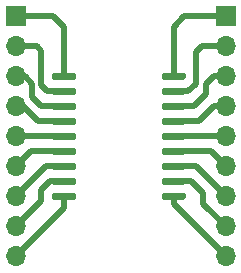
<source format=gbr>
%TF.GenerationSoftware,KiCad,Pcbnew,(5.1.9)-1*%
%TF.CreationDate,2021-09-06T10:01:33+02:00*%
%TF.ProjectId,SO-18-WIDE,534f2d31-382d-4574-9944-452e6b696361,rev?*%
%TF.SameCoordinates,Original*%
%TF.FileFunction,Copper,L1,Top*%
%TF.FilePolarity,Positive*%
%FSLAX46Y46*%
G04 Gerber Fmt 4.6, Leading zero omitted, Abs format (unit mm)*
G04 Created by KiCad (PCBNEW (5.1.9)-1) date 2021-09-06 10:01:33*
%MOMM*%
%LPD*%
G01*
G04 APERTURE LIST*
%TA.AperFunction,ComponentPad*%
%ADD10R,1.700000X1.700000*%
%TD*%
%TA.AperFunction,ComponentPad*%
%ADD11O,1.700000X1.700000*%
%TD*%
%TA.AperFunction,Conductor*%
%ADD12C,0.500000*%
%TD*%
G04 APERTURE END LIST*
D10*
%TO.P,REF\u002A\u002A,1*%
%TO.N,N/C*%
X142240000Y-72390000D03*
D11*
%TO.P,REF\u002A\u002A,2*%
X142240000Y-74930000D03*
%TO.P,REF\u002A\u002A,3*%
X142240000Y-77470000D03*
%TO.P,REF\u002A\u002A,4*%
X142240000Y-80010000D03*
%TO.P,REF\u002A\u002A,5*%
X142240000Y-82550000D03*
%TO.P,REF\u002A\u002A,6*%
X142240000Y-85090000D03*
%TO.P,REF\u002A\u002A,7*%
X142240000Y-87630000D03*
%TO.P,REF\u002A\u002A,8*%
X142240000Y-90170000D03*
%TO.P,REF\u002A\u002A,9*%
X142240000Y-92710000D03*
%TD*%
%TO.P,REF\u002A\u002A,9*%
%TO.N,N/C*%
X124460000Y-92710000D03*
%TO.P,REF\u002A\u002A,8*%
X124460000Y-90170000D03*
%TO.P,REF\u002A\u002A,7*%
X124460000Y-87630000D03*
%TO.P,REF\u002A\u002A,6*%
X124460000Y-85090000D03*
%TO.P,REF\u002A\u002A,5*%
X124460000Y-82550000D03*
%TO.P,REF\u002A\u002A,4*%
X124460000Y-80010000D03*
%TO.P,REF\u002A\u002A,3*%
X124460000Y-77470000D03*
%TO.P,REF\u002A\u002A,2*%
X124460000Y-74930000D03*
D10*
%TO.P,REF\u002A\u002A,1*%
X124460000Y-72390000D03*
%TD*%
%TO.P,REF\u002A\u002A,18*%
%TO.N,N/C*%
%TA.AperFunction,SMDPad,CuDef*%
G36*
G01*
X136799000Y-77620000D02*
X136799000Y-77320000D01*
G75*
G02*
X136949000Y-77170000I150000J0D01*
G01*
X138699000Y-77170000D01*
G75*
G02*
X138849000Y-77320000I0J-150000D01*
G01*
X138849000Y-77620000D01*
G75*
G02*
X138699000Y-77770000I-150000J0D01*
G01*
X136949000Y-77770000D01*
G75*
G02*
X136799000Y-77620000I0J150000D01*
G01*
G37*
%TD.AperFunction*%
%TO.P,REF\u002A\u002A,17*%
%TA.AperFunction,SMDPad,CuDef*%
G36*
G01*
X136799000Y-78890000D02*
X136799000Y-78590000D01*
G75*
G02*
X136949000Y-78440000I150000J0D01*
G01*
X138699000Y-78440000D01*
G75*
G02*
X138849000Y-78590000I0J-150000D01*
G01*
X138849000Y-78890000D01*
G75*
G02*
X138699000Y-79040000I-150000J0D01*
G01*
X136949000Y-79040000D01*
G75*
G02*
X136799000Y-78890000I0J150000D01*
G01*
G37*
%TD.AperFunction*%
%TO.P,REF\u002A\u002A,16*%
%TA.AperFunction,SMDPad,CuDef*%
G36*
G01*
X136799000Y-80160000D02*
X136799000Y-79860000D01*
G75*
G02*
X136949000Y-79710000I150000J0D01*
G01*
X138699000Y-79710000D01*
G75*
G02*
X138849000Y-79860000I0J-150000D01*
G01*
X138849000Y-80160000D01*
G75*
G02*
X138699000Y-80310000I-150000J0D01*
G01*
X136949000Y-80310000D01*
G75*
G02*
X136799000Y-80160000I0J150000D01*
G01*
G37*
%TD.AperFunction*%
%TO.P,REF\u002A\u002A,15*%
%TA.AperFunction,SMDPad,CuDef*%
G36*
G01*
X136799000Y-81430000D02*
X136799000Y-81130000D01*
G75*
G02*
X136949000Y-80980000I150000J0D01*
G01*
X138699000Y-80980000D01*
G75*
G02*
X138849000Y-81130000I0J-150000D01*
G01*
X138849000Y-81430000D01*
G75*
G02*
X138699000Y-81580000I-150000J0D01*
G01*
X136949000Y-81580000D01*
G75*
G02*
X136799000Y-81430000I0J150000D01*
G01*
G37*
%TD.AperFunction*%
%TO.P,REF\u002A\u002A,14*%
%TA.AperFunction,SMDPad,CuDef*%
G36*
G01*
X136799000Y-82700000D02*
X136799000Y-82400000D01*
G75*
G02*
X136949000Y-82250000I150000J0D01*
G01*
X138699000Y-82250000D01*
G75*
G02*
X138849000Y-82400000I0J-150000D01*
G01*
X138849000Y-82700000D01*
G75*
G02*
X138699000Y-82850000I-150000J0D01*
G01*
X136949000Y-82850000D01*
G75*
G02*
X136799000Y-82700000I0J150000D01*
G01*
G37*
%TD.AperFunction*%
%TO.P,REF\u002A\u002A,13*%
%TA.AperFunction,SMDPad,CuDef*%
G36*
G01*
X136799000Y-83970000D02*
X136799000Y-83670000D01*
G75*
G02*
X136949000Y-83520000I150000J0D01*
G01*
X138699000Y-83520000D01*
G75*
G02*
X138849000Y-83670000I0J-150000D01*
G01*
X138849000Y-83970000D01*
G75*
G02*
X138699000Y-84120000I-150000J0D01*
G01*
X136949000Y-84120000D01*
G75*
G02*
X136799000Y-83970000I0J150000D01*
G01*
G37*
%TD.AperFunction*%
%TO.P,REF\u002A\u002A,12*%
%TA.AperFunction,SMDPad,CuDef*%
G36*
G01*
X136799000Y-85240000D02*
X136799000Y-84940000D01*
G75*
G02*
X136949000Y-84790000I150000J0D01*
G01*
X138699000Y-84790000D01*
G75*
G02*
X138849000Y-84940000I0J-150000D01*
G01*
X138849000Y-85240000D01*
G75*
G02*
X138699000Y-85390000I-150000J0D01*
G01*
X136949000Y-85390000D01*
G75*
G02*
X136799000Y-85240000I0J150000D01*
G01*
G37*
%TD.AperFunction*%
%TO.P,REF\u002A\u002A,11*%
%TA.AperFunction,SMDPad,CuDef*%
G36*
G01*
X136799000Y-86510000D02*
X136799000Y-86210000D01*
G75*
G02*
X136949000Y-86060000I150000J0D01*
G01*
X138699000Y-86060000D01*
G75*
G02*
X138849000Y-86210000I0J-150000D01*
G01*
X138849000Y-86510000D01*
G75*
G02*
X138699000Y-86660000I-150000J0D01*
G01*
X136949000Y-86660000D01*
G75*
G02*
X136799000Y-86510000I0J150000D01*
G01*
G37*
%TD.AperFunction*%
%TO.P,REF\u002A\u002A,10*%
%TA.AperFunction,SMDPad,CuDef*%
G36*
G01*
X136799000Y-87780000D02*
X136799000Y-87480000D01*
G75*
G02*
X136949000Y-87330000I150000J0D01*
G01*
X138699000Y-87330000D01*
G75*
G02*
X138849000Y-87480000I0J-150000D01*
G01*
X138849000Y-87780000D01*
G75*
G02*
X138699000Y-87930000I-150000J0D01*
G01*
X136949000Y-87930000D01*
G75*
G02*
X136799000Y-87780000I0J150000D01*
G01*
G37*
%TD.AperFunction*%
%TO.P,REF\u002A\u002A,9*%
%TA.AperFunction,SMDPad,CuDef*%
G36*
G01*
X127499000Y-87780000D02*
X127499000Y-87480000D01*
G75*
G02*
X127649000Y-87330000I150000J0D01*
G01*
X129399000Y-87330000D01*
G75*
G02*
X129549000Y-87480000I0J-150000D01*
G01*
X129549000Y-87780000D01*
G75*
G02*
X129399000Y-87930000I-150000J0D01*
G01*
X127649000Y-87930000D01*
G75*
G02*
X127499000Y-87780000I0J150000D01*
G01*
G37*
%TD.AperFunction*%
%TO.P,REF\u002A\u002A,8*%
%TA.AperFunction,SMDPad,CuDef*%
G36*
G01*
X127499000Y-86510000D02*
X127499000Y-86210000D01*
G75*
G02*
X127649000Y-86060000I150000J0D01*
G01*
X129399000Y-86060000D01*
G75*
G02*
X129549000Y-86210000I0J-150000D01*
G01*
X129549000Y-86510000D01*
G75*
G02*
X129399000Y-86660000I-150000J0D01*
G01*
X127649000Y-86660000D01*
G75*
G02*
X127499000Y-86510000I0J150000D01*
G01*
G37*
%TD.AperFunction*%
%TO.P,REF\u002A\u002A,7*%
%TA.AperFunction,SMDPad,CuDef*%
G36*
G01*
X127499000Y-85240000D02*
X127499000Y-84940000D01*
G75*
G02*
X127649000Y-84790000I150000J0D01*
G01*
X129399000Y-84790000D01*
G75*
G02*
X129549000Y-84940000I0J-150000D01*
G01*
X129549000Y-85240000D01*
G75*
G02*
X129399000Y-85390000I-150000J0D01*
G01*
X127649000Y-85390000D01*
G75*
G02*
X127499000Y-85240000I0J150000D01*
G01*
G37*
%TD.AperFunction*%
%TO.P,REF\u002A\u002A,6*%
%TA.AperFunction,SMDPad,CuDef*%
G36*
G01*
X127499000Y-83970000D02*
X127499000Y-83670000D01*
G75*
G02*
X127649000Y-83520000I150000J0D01*
G01*
X129399000Y-83520000D01*
G75*
G02*
X129549000Y-83670000I0J-150000D01*
G01*
X129549000Y-83970000D01*
G75*
G02*
X129399000Y-84120000I-150000J0D01*
G01*
X127649000Y-84120000D01*
G75*
G02*
X127499000Y-83970000I0J150000D01*
G01*
G37*
%TD.AperFunction*%
%TO.P,REF\u002A\u002A,5*%
%TA.AperFunction,SMDPad,CuDef*%
G36*
G01*
X127499000Y-82700000D02*
X127499000Y-82400000D01*
G75*
G02*
X127649000Y-82250000I150000J0D01*
G01*
X129399000Y-82250000D01*
G75*
G02*
X129549000Y-82400000I0J-150000D01*
G01*
X129549000Y-82700000D01*
G75*
G02*
X129399000Y-82850000I-150000J0D01*
G01*
X127649000Y-82850000D01*
G75*
G02*
X127499000Y-82700000I0J150000D01*
G01*
G37*
%TD.AperFunction*%
%TO.P,REF\u002A\u002A,4*%
%TA.AperFunction,SMDPad,CuDef*%
G36*
G01*
X127499000Y-81430000D02*
X127499000Y-81130000D01*
G75*
G02*
X127649000Y-80980000I150000J0D01*
G01*
X129399000Y-80980000D01*
G75*
G02*
X129549000Y-81130000I0J-150000D01*
G01*
X129549000Y-81430000D01*
G75*
G02*
X129399000Y-81580000I-150000J0D01*
G01*
X127649000Y-81580000D01*
G75*
G02*
X127499000Y-81430000I0J150000D01*
G01*
G37*
%TD.AperFunction*%
%TO.P,REF\u002A\u002A,3*%
%TA.AperFunction,SMDPad,CuDef*%
G36*
G01*
X127499000Y-80160000D02*
X127499000Y-79860000D01*
G75*
G02*
X127649000Y-79710000I150000J0D01*
G01*
X129399000Y-79710000D01*
G75*
G02*
X129549000Y-79860000I0J-150000D01*
G01*
X129549000Y-80160000D01*
G75*
G02*
X129399000Y-80310000I-150000J0D01*
G01*
X127649000Y-80310000D01*
G75*
G02*
X127499000Y-80160000I0J150000D01*
G01*
G37*
%TD.AperFunction*%
%TO.P,REF\u002A\u002A,2*%
%TA.AperFunction,SMDPad,CuDef*%
G36*
G01*
X127499000Y-78890000D02*
X127499000Y-78590000D01*
G75*
G02*
X127649000Y-78440000I150000J0D01*
G01*
X129399000Y-78440000D01*
G75*
G02*
X129549000Y-78590000I0J-150000D01*
G01*
X129549000Y-78890000D01*
G75*
G02*
X129399000Y-79040000I-150000J0D01*
G01*
X127649000Y-79040000D01*
G75*
G02*
X127499000Y-78890000I0J150000D01*
G01*
G37*
%TD.AperFunction*%
%TO.P,REF\u002A\u002A,1*%
%TA.AperFunction,SMDPad,CuDef*%
G36*
G01*
X127499000Y-77620000D02*
X127499000Y-77320000D01*
G75*
G02*
X127649000Y-77170000I150000J0D01*
G01*
X129399000Y-77170000D01*
G75*
G02*
X129549000Y-77320000I0J-150000D01*
G01*
X129549000Y-77620000D01*
G75*
G02*
X129399000Y-77770000I-150000J0D01*
G01*
X127649000Y-77770000D01*
G75*
G02*
X127499000Y-77620000I0J150000D01*
G01*
G37*
%TD.AperFunction*%
%TD*%
D12*
%TO.N,*%
X137824000Y-77470000D02*
X137824000Y-73250000D01*
X138684000Y-72390000D02*
X142240000Y-72390000D01*
X137824000Y-73250000D02*
X138684000Y-72390000D01*
X128524000Y-77470000D02*
X128524000Y-73279000D01*
X127635000Y-72390000D02*
X124460000Y-72390000D01*
X128524000Y-73279000D02*
X127635000Y-72390000D01*
X137824000Y-78740000D02*
X139065000Y-78740000D01*
X139065000Y-78740000D02*
X139700000Y-78105000D01*
X139700000Y-78105000D02*
X139700000Y-75438000D01*
X140208000Y-74930000D02*
X142240000Y-74930000D01*
X139700000Y-75438000D02*
X140208000Y-74930000D01*
X128524000Y-78740000D02*
X127127000Y-78740000D01*
X127127000Y-78740000D02*
X126619000Y-78232000D01*
X126619000Y-78232000D02*
X126619000Y-75311000D01*
X126238000Y-74930000D02*
X124460000Y-74930000D01*
X126619000Y-75311000D02*
X126238000Y-74930000D01*
X137824000Y-80010000D02*
X139573000Y-80010000D01*
X139573000Y-80010000D02*
X140589000Y-78994000D01*
X140589000Y-78994000D02*
X140589000Y-78105000D01*
X141224000Y-77470000D02*
X142240000Y-77470000D01*
X140589000Y-78105000D02*
X141224000Y-77470000D01*
X128524000Y-80010000D02*
X126619000Y-80010000D01*
X126619000Y-80010000D02*
X125857000Y-79248000D01*
X125857000Y-79248000D02*
X125857000Y-78105000D01*
X125222000Y-77470000D02*
X124460000Y-77470000D01*
X125857000Y-78105000D02*
X125222000Y-77470000D01*
X137824000Y-81280000D02*
X139954000Y-81280000D01*
X141224000Y-80010000D02*
X142240000Y-80010000D01*
X139954000Y-81280000D02*
X141224000Y-80010000D01*
X128524000Y-81280000D02*
X126365000Y-81280000D01*
X125095000Y-80010000D02*
X124460000Y-80010000D01*
X126365000Y-81280000D02*
X125095000Y-80010000D01*
X124460000Y-82550000D02*
X128524000Y-82550000D01*
X137824000Y-82550000D02*
X142240000Y-82550000D01*
X140970000Y-83820000D02*
X142240000Y-85090000D01*
X137824000Y-83820000D02*
X140970000Y-83820000D01*
X125730000Y-83820000D02*
X124460000Y-85090000D01*
X128524000Y-83820000D02*
X125730000Y-83820000D01*
X127000000Y-85090000D02*
X124460000Y-87630000D01*
X128524000Y-85090000D02*
X127000000Y-85090000D01*
X139700000Y-85090000D02*
X142240000Y-87630000D01*
X137824000Y-85090000D02*
X139700000Y-85090000D01*
X137824000Y-86360000D02*
X139319000Y-86360000D01*
X139319000Y-86360000D02*
X140335000Y-87376000D01*
X140335000Y-88265000D02*
X142240000Y-90170000D01*
X140335000Y-87376000D02*
X140335000Y-88265000D01*
X128524000Y-86360000D02*
X127381000Y-86360000D01*
X127381000Y-86360000D02*
X126619000Y-87122000D01*
X126619000Y-88011000D02*
X124460000Y-90170000D01*
X126619000Y-87122000D02*
X126619000Y-88011000D01*
X128524000Y-88646000D02*
X124460000Y-92710000D01*
X128524000Y-87630000D02*
X128524000Y-88646000D01*
X137824000Y-88294000D02*
X142240000Y-92710000D01*
X137824000Y-87630000D02*
X137824000Y-88294000D01*
%TD*%
M02*

</source>
